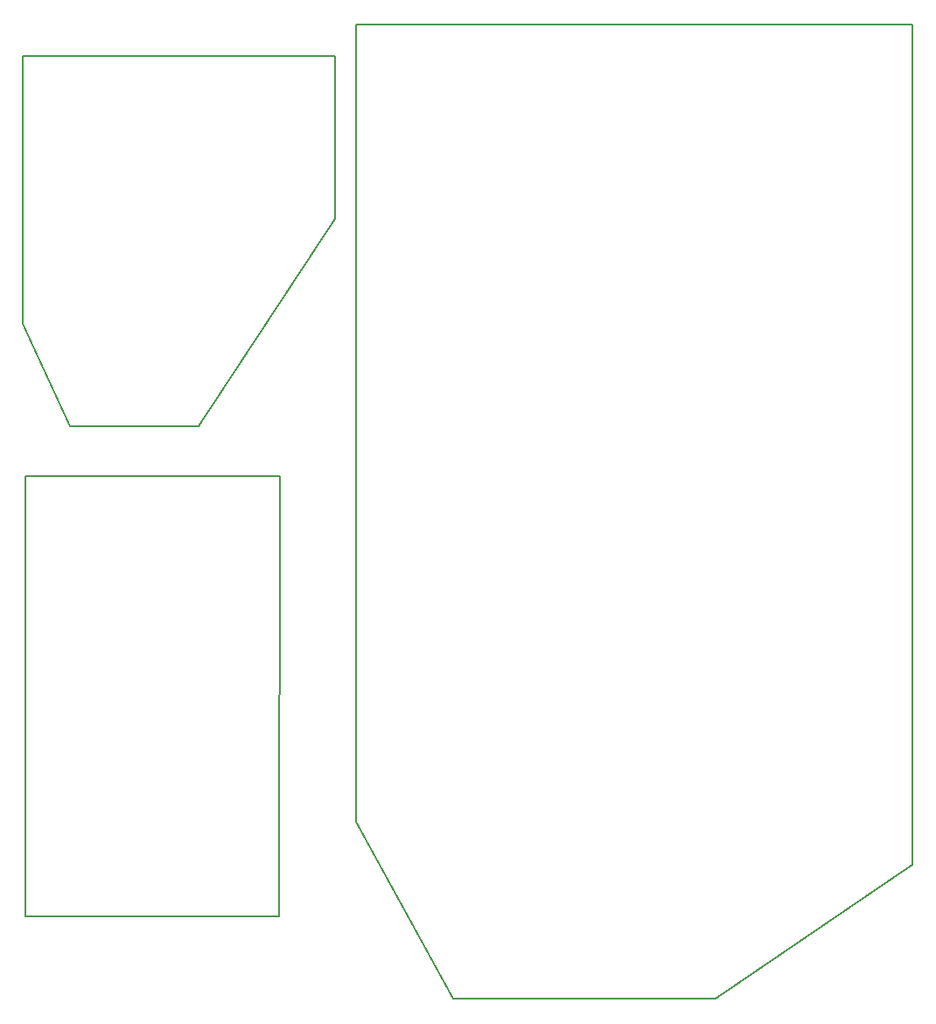
<source format=gm1>
%TF.GenerationSoftware,KiCad,Pcbnew,6.0.11+dfsg-1~bpo11+1*%
%TF.CreationDate,2025-04-06T19:31:29+02:00*%
%TF.ProjectId,v4d2_pico,76346432-5f70-4696-936f-2e6b69636164,rev?*%
%TF.SameCoordinates,Original*%
%TF.FileFunction,Profile,NP*%
%FSLAX46Y46*%
G04 Gerber Fmt 4.6, Leading zero omitted, Abs format (unit mm)*
G04 Created by KiCad (PCBNEW 6.0.11+dfsg-1~bpo11+1) date 2025-04-06 19:31:29*
%MOMM*%
%LPD*%
G01*
G04 APERTURE LIST*
%TA.AperFunction,Profile*%
%ADD10C,0.150000*%
%TD*%
G04 APERTURE END LIST*
D10*
X255905000Y-18288000D02*
X255905000Y-99568000D01*
X202057000Y-18288000D02*
X255905000Y-18288000D01*
X186817000Y-57150000D02*
X174371000Y-57150000D01*
X202057000Y-95377000D02*
X202057000Y-18288000D01*
X200025000Y-21336000D02*
X200025000Y-37084000D01*
X211455000Y-112522000D02*
X202057000Y-95377000D01*
X194564000Y-104521000D02*
X170053000Y-104521000D01*
X170053000Y-104521000D02*
X170053000Y-61976000D01*
X236855000Y-112522000D02*
X211455000Y-112522000D01*
X169799000Y-47244000D02*
X169799000Y-21336000D01*
X170053000Y-61976000D02*
X194691000Y-61976000D01*
X255905000Y-99568000D02*
X236855000Y-112522000D01*
X194691000Y-61976000D02*
X194564000Y-104521000D01*
X174371000Y-57150000D02*
X169799000Y-47244000D01*
X200025000Y-37084000D02*
X186817000Y-57150000D01*
X169799000Y-21336000D02*
X200025000Y-21336000D01*
M02*

</source>
